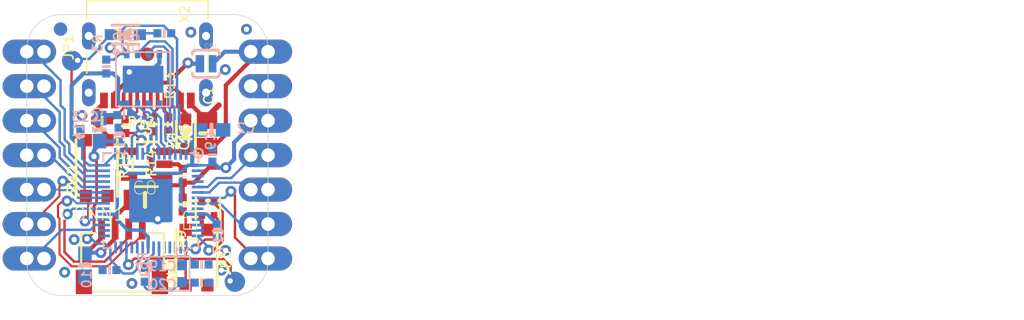
<source format=kicad_pcb>
(kicad_pcb (version 20211014) (generator pcbnew)
  (layers (0 "F.Cu" signal) (1 "In1.Cu" signal) (2 "In2.Cu" signal) (3 "In3.Cu" signal) (4 "In4.Cu" signal) (5 "In5.Cu" signal) (6 "In6.Cu" signal) (7 "In7.Cu" signal) (8 "In8.Cu" signal) (9 "In9.Cu" signal) (10 "In10.Cu" signal) (11 "In11.Cu" signal) (12 "In12.Cu" signal) (13 "In13.Cu" signal) (14 "In14.Cu" signal) (31 "B.Cu" signal) (34 "B.Paste" user) (35 "F.Paste" user) (36 "B.SilkS" user "B.Silkscreen") (37 "F.SilkS" user "F.Silkscreen") (38 "B.Mask" user) (39 "F.Mask" user) (44 "Edge.Cuts" user))
  (net 0 "")
  (net 1 "GND")
  (net 2 "D+")
  (net 3 "D-")
  (net 4 "VBUS")
  (net 5 "~{RESET}")
  (net 6 "SWCLK")
  (net 7 "SWDIO")
  (net 8 "A0")
  (net 9 "CC1")
  (net 10 "CC2")
  (net 11 "A1")
  (net 12 "MOSI")
  (net 13 "MISO")
  (net 14 "SCK")
  (net 15 "A2")
  (net 16 "A3")
  (net 17 "SDA")
  (net 18 "SCL")
  (net 19 "NEOPIX")
  (net 20 "NEO_PWR")
  (net 21 "+5V")
  (net 22 "+3V3")
  (net 23 "QSPI_DATA[0]")
  (net 24 "QSPI_DATA[1]")
  (net 25 "QSPI_SCK")
  (net 26 "QSPI_CS")
  (net 27 "QSPI_DATA[3]")
  (net 28 "QSPI_DATA[2]")
  (net 29 "1.2V")
  (net 30 "TX")
  (net 31 "RX")
  (net 32 "USB_D+")
  (net 33 "USB_D-")
  (net 34 "USBBOOT")
  (net 35 "N$5")
  (net 36 "N$6")
  (net 37 "N$7")
  (net 38 "SDA1")
  (net 39 "SCL1")
  (net 40 "N$1")
  (footprint "boardEagle:1X07_CASTEL" (layer "F.Cu") (at 156.1211 105.0036 90)
    (fp_text reference "JP3")
    (fp_text value "")
  )
  (footprint "boardEagle:_0402NO" (layer "F.Cu") (at 151.1046 106.5276 90)
    (fp_text reference "C16")
    (fp_text value "0.1uF")
  )
  (footprint "boardEagle:_0402NO" (layer "F.Cu") (at 145.161 102.4382)
    (fp_text reference "R12")
    (fp_text value "5.1K")
  )
  (footprint "boardEagle:QTPICO_TOP" (layer "F.Cu") (at 139.6111 115.3541)
    (fp_text reference "U$2" hide)
    (fp_text value "" hide)
  )
  (footprint "boardEagle:0805-NO" (layer "F.Cu") (at 148.3233 108.3056)
    (fp_text reference "C8")
    (fp_text value "10uF")
  )
  (footprint "boardEagle:BTN_KMR2_4.6X2.8" (layer "F.Cu") (at 144.7673 105.9561 90)
    (fp_text reference "SW2")
    (fp_text value "KMR2")
  )
  (footprint "boardEagle:SK6805_1515" (layer "F.Cu") (at 152.9588 108.9533 90)
    (fp_text reference "LED1")
    (fp_text value "WS2812B_SK6805_1515")
  )
  (footprint "boardEagle:SOD-323_MINI" (layer "F.Cu") (at 151.3332 103.4669 90)
    (fp_text reference "D1")
    (fp_text value "  NSR0320")
  )
  (footprint "boardEagle:SOT23-5" (layer "F.Cu") (at 148.4503 105.6767 90)
    (fp_text reference "U1")
    (fp_text value "AP2112K-3.3")
  )
  (footprint "boardEagle:_0402NO" (layer "F.Cu") (at 146.8882 102.87 -90)
    (fp_text reference "R15")
    (fp_text value "27")
  )
  (footprint "boardEagle:1X07_CASTEL" (layer "F.Cu") (at 140.8811 105.0036 -90)
    (fp_text reference "JP1")
    (fp_text value "")
  )
  (footprint "boardEagle:JST_SH4_SKINNY" (layer "F.Cu") (at 146.6215 112.9665)
    (fp_text reference "CONN1")
    (fp_text value "STEMMA_I2C_QTSKINNY" hide)
  )
  (footprint "boardEagle:_0402NO" (layer "F.Cu") (at 150.0378 102.743 90)
    (fp_text reference "R13")
    (fp_text value "5.1K")
  )
  (footprint "boardEagle:FIDUCIAL_1MM" (layer "F.Cu") (at 148.5011 97.5741)
    (fp_text reference "U$8" hide)
    (fp_text value "FIDUCIAL_1MM" hide)
  )
  (footprint "boardEagle:0805-NO" (layer "F.Cu") (at 152.8953 103.4034 90)
    (fp_text reference "C1")
    (fp_text value "10uF")
  )
  (footprint "boardEagle:USB_C_CUSB31-CFM2AX-01-X" (layer "F.Cu") (at 148.5011 97.4344 180)
    (fp_text reference "X2")
    (fp_text value "USB Type C")
  )
  (footprint "boardEagle:_0402NO" (layer "F.Cu") (at 148.9202 102.743 -90)
    (fp_text reference "R14")
    (fp_text value "27")
  )
  (footprint "boardEagle:_0402NO" (layer "F.Cu") (at 151.1046 108.6485 -90)
    (fp_text reference "R9")
    (fp_text value "10K")
  )
  (footprint "boardEagle:BTN_KMR2_4.6X2.8" (layer "F.Cu") (at 152.1206 112.5601 90)
    (fp_text reference "SW1")
    (fp_text value "KMR2")
  )
  (footprint "boardEagle:_0402NO" (layer "B.Cu") (at 148.3106 113.8301 90)
    (fp_text reference "R6")
    (fp_text value "1K")
  )
  (footprint "boardEagle:TESTPOINT_ROUND_1.5MM_NO" (layer "B.Cu") (at 142.9512 98.044 180)
    (fp_text reference "TP4" hide)
    (fp_text value "" hide)
  )
  (footprint "boardEagle:_0402NO" (layer "B.Cu") (at 145.4658 98.4758 -90)
    (fp_text reference "R3")
    (fp_text value "10K")
  )
  (footprint "boardEagle:FIDUCIAL_1MM" (layer "B.Cu") (at 142.1003 95.7199 180)
    (fp_text reference "U$6" hide)
    (fp_text value "FIDUCIAL_1MM" hide)
  )
  (footprint "boardEagle:CRYSTAL_2.5X2" (layer "B.Cu") (at 150.114 113.7412 180)
    (fp_text reference "Y1")
    (fp_text value "12MHZ")
  )
  (footprint "boardEagle:_0402NO" (layer "B.Cu") (at 143.5608 103.6066 90)
    (fp_text reference "C14")
    (fp_text value "0.1uF")
  )
  (footprint "boardEagle:QTPICO_BOT" (layer "B.Cu") (at 157.3911 115.2906 180)
    (fp_text reference "U$1" hide)
    (fp_text value "" hide)
  )
  (footprint "boardEagle:_0402NO" (layer "B.Cu") (at 152.5016 113.0681 180)
    (fp_text reference "C19")
    (fp_text value "22pF")
  )
  (footprint "boardEagle:_0402NO" (layer "B.Cu") (at 153.6065 110.5789 -90)
    (fp_text reference "C17")
    (fp_text value "0.1uF")
  )
  (footprint "boardEagle:0603-NO" (layer "B.Cu") (at 153.2255 103.1494)
    (fp_text reference "C2")
    (fp_text value "1uF")
  )
  (footprint "boardEagle:TESTPOINT_ROUND_1.5MM_NO" (layer "B.Cu") (at 154.9527 114.3381 180)
    (fp_text reference "TP3" hide)
    (fp_text value "" hide)
  )
  (footprint "boardEagle:0603-NO" (layer "B.Cu") (at 143.898703 113.123894 -90)
    (fp_text reference "C10")
    (fp_text value "1uF")
  )
  (footprint "boardEagle:_0402NO" (layer "B.Cu") (at 153.289 104.9782 90)
    (fp_text reference "C9")
    (fp_text value "0.1uF")
  )
  (footprint "boardEagle:QFN56_7MM_REDUCEDEPAD" (layer "B.Cu") (at 148.7551 108.3564 180)
    (fp_text reference "IC2" hide)
    (fp_text value "RP2040_QFN56" hide)
  )
  (footprint "boardEagle:_0402NO" (layer "B.Cu") (at 146.3802 103.4923 -90)
    (fp_text reference "C11")
    (fp_text value "0.1uF")
  )
  (footprint "boardEagle:_0402NO" (layer "B.Cu") (at 152.5016 114.4016 180)
    (fp_text reference "C20")
    (fp_text value "22pF")
  )
  (footprint "boardEagle:SOD-323_MINI" (layer "B.Cu") (at 146.8755 96.1263)
    (fp_text reference "D2")
    (fp_text value "  NSR0320")
  )
  (footprint "boardEagle:_0402NO" (layer "B.Cu") (at 145.7071 113.4745)
    (fp_text reference "C7")
    (fp_text value "0.1uF")
  )
  (footprint "boardEagle:0603-NO" (layer "B.Cu") (at 144.9832 103.124 90)
    (fp_text reference "C12")
    (fp_text value "1uF")
  )
  (footprint "boardEagle:_0402NO" (layer "B.Cu") (at 146.7866 102.0572 180)
    (fp_text reference "C13")
    (fp_text value "0.1uF")
  )
  (footprint "boardEagle:_0402NO" (layer "B.Cu") (at 149.7457 96.0247 180)
    (fp_text reference "R16")
    (fp_text value "1K")
  )
  (footprint "boardEagle:USON8_4X4" (layer "B.Cu") (at 148.1836 99.4156 -90)
    (fp_text reference "U5")
    (fp_text value "8MB QSPI Flash")
  )
  (footprint "boardEagle:SJ_2S-NO" (layer "B.Cu") (at 152.8191 98.2726 180)
    (fp_text reference "JP2")
    (fp_text value "")
  )
  (gr_arc (start 154.8511 94.6531) (mid 156.647151 95.397049) (end 157.3911 97.1931) (layer "Edge.Cuts") (width 0.05))
  (gr_arc (start 139.6111 97.1931) (mid 140.355049 95.397049) (end 142.1511 94.6531) (layer "Edge.Cuts") (width 0.05))
  (gr_arc (start 157.3911 112.8141) (mid 156.647151 114.610151) (end 154.8511 115.3541) (layer "Edge.Cuts") (width 0.05))
  (gr_line (start 142.1511 94.6531) (end 154.8511 94.6531) (layer "Edge.Cuts") (width 0.05))
  (gr_line (start 154.8511 115.3541) (end 142.1511 115.3541) (layer "Edge.Cuts") (width 0.05))
  (gr_line (start 157.3911 97.1931) (end 157.3911 112.8141) (layer "Edge.Cuts") (width 0.05))
  (gr_line (start 139.6111 112.8141) (end 139.6111 97.1931) (layer "Edge.Cuts") (width 0.05))
  (gr_arc (start 142.1511 115.3541) (mid 140.355049 114.610151) (end 139.6111 112.8141) (layer "Edge.Cuts") (width 0.05))
  (gr_text "" (at 212.9409 112.7633) (layer "F.SilkS") (effects (font (size 0.89408 0.89408) (thickness 0.12192))))
  (segment (start 150.7617 105.6767) (end 151.1046 106.0196) (width 0.3048) (layer "F.Cu") (net 1))
  (segment (start 145.3011 100.9794) (end 145.3011 101.1424) (width 0.3048) (layer "F.Cu") (net 1))
  (segment (start 149.2733 109.6924) (end 149.2631 109.7026) (width 0.3048) (layer "F.Cu") (net 1))
  (segment (start 144.653 102.4382) (end 144.653 102.6743) (width 0.3048) (layer "F.Cu") (net 1))
  (segment (start 152.5088 110.0983) (end 152.9206 110.5101) (width 0.3048) (layer "F.Cu") (net 1))
  (segment (start 145.1215 111.1137) (end 144.1196 112.1156) (width 0.3048) (layer "F.Cu") (net 1))
  (segment (start 145.1215 110.4525) (end 145.1215 111.1137) (width 0.3048) (layer "F.Cu") (net 1))
  (segment (start 151.7011 100.9794) (end 151.7011 101.2592) (width 0.3048) (layer "F.Cu") (net 1))
  (segment (start 145.5673 103.9061) (end 145.5673 103.5886) (width 0.3048) (layer "F.Cu") (net 1))
  (segment (start 145.5673 103.5886) (end 144.653 102.6743) (width 0.3048) (layer "F.Cu") (net 1))
  (segment (start 151.7011 101.2592) (end 152.8953 102.4534) (width 0.3048) (layer "F.Cu") (net 1))
  (segment (start 149.2733 108.3056) (end 149.2733 109.6924) (width 0.3048) (layer "F.Cu") (net 1))
  (segment (start 152.5088 109.4533) (end 152.5088 110.0983) (width 0.3048) (layer "F.Cu") (net 1))
  (segment (start 153.1366 101.9556) (end 153.7716 101.3206) (width 0.4064) (layer "F.Cu") (net 1))
  (segment (start 144.653 102.4382) (end 144.653 101.7905) (width 0.3048) (layer "F.Cu") (net 1))
  (segment (start 149.7504 105.6767) (end 150.7617 105.6767) (width 0.3048) (layer "F.Cu") (net 1))
  (segment (start 145.3011 101.1424) (end 144.653 101.7905) (width 0.3048) (layer "F.Cu") (net 1))
  (via (at 155.8036 95.7326) (size 0.8001) (drill 0.3937) (layers "F.Cu" "B.Cu") (net 1))
  (via (at 142.4051 113.6396) (size 0.8001) (drill 0.3937) (layers "F.Cu" "B.Cu") (net 1))
  (via (at 143.6751 102.0826) (size 0.8001) (drill 0.3937) (layers "F.Cu" "B.Cu") (net 1))
  (via (at 153.9494 113.4872) (size 0.8001) (drill 0.3937) (layers "F.Cu" "B.Cu") (net 1))
  (via (at 147.3581 114.4651) (size 0.8001) (drill 0.3937) (layers "F.Cu" "B.Cu") (net 1))
  (via (at 151.7015 95.9485) (size 0.8001) (drill 0.3937) (layers "F.Cu" "B.Cu") (net 1))
  (via (at 149.2631 109.7026) (size 0.8001) (drill 0.3937) (layers "F.Cu" "B.Cu") (net 1))
  (via (at 154.2415 98.7044) (size 0.8001) (drill 0.3937) (layers "F.Cu" "B.Cu") (net 1))
  (via (at 154.2669 112.0267) (size 0.8001) (drill 0.3937) (layers "F.Cu" "B.Cu") (net 1))
  (via (at 145.7579 97.0915) (size 0.8001) (drill 0.3937) (layers "F.Cu" "B.Cu") (net 1))
  (via (at 143.1036 111.2266) (size 0.8001) (drill 0.3937) (layers "F.Cu" "B.Cu") (net 1))
  (via (at 147.1676 98.8822) (size 0.8001) (drill 0.3937) (layers "F.Cu" "B.Cu") (net 1))
  (segment (start 149.3836 98.2156) (end 148.1836 99.4156) (width 0.3048) (layer "B.Cu") (net 1))
  (segment (start 146.2786 102.0572) (end 145.2 102.0572) (width 0.3048) (layer "B.Cu") (net 1))
  (segment (start 149.3836 97.5656) (end 149.3836 98.2156) (width 0.3048) (layer "B.Cu") (net 1))
  (segment (start 147.6502 98.8822) (end 147.1676 98.8822) (width 0.3048) (layer "B.Cu") (net 1))
  (segment (start 157.3911 99.9236) (end 156.1211 99.9236) (width 0.3048) (layer "B.Cu") (net 1))
  (segment (start 148.1836 99.4156) (end 147.6502 98.8822) (width 0.3048) (layer "B.Cu") (net 1))
  (segment (start 148.7551 108.3564) (end 148.7551 108.1405) (width 0.3048) (layer "B.Cu") (net 1))
  (segment (start 149.2631 108.8644) (end 149.2631 109.7026) (width 0.3048) (layer "B.Cu") (net 1))
  (segment (start 148.7551 108.3564) (end 149.2631 108.8644) (width 0.3048) (layer "B.Cu") (net 1))
  (segment (start 145.2 102.0572) (end 144.9832 102.274) (width 0.3048) (layer "B.Cu") (net 1))
  (segment (start 148.0566 103.9114) (end 147.5232 103.378) (width 0.1778) (layer "F.Cu") (net 2))
  (segment (start 147.5232 103.378) (end 146.8882 103.378) (width 0.1778) (layer "F.Cu") (net 2))
  (via (at 148.0566 103.9114) (size 0.8001) (drill 0.3937) (layers "F.Cu" "B.Cu") (net 2))
  (segment (start 147.7551 104.9064) (end 147.7551 104.2129) (width 0.1778) (layer "B.Cu") (net 2))
  (segment (start 147.7551 104.2129) (end 148.0566 103.9114) (width 0.1778) (layer "B.Cu") (net 2))
  (segment (start 148.211043 102.956013) (end 148.058643 102.956013) (width 0.1778) (layer "F.Cu") (net 3))
  (segment (start 148.9202 103.251) (end 148.506031 103.251) (width 0.1778) (layer "F.Cu") (net 3))
  (segment (start 148.506031 103.251) (end 148.211043 102.956013) (width 0.1778) (layer "F.Cu") (net 3))
  (via (at 148.058643 102.956013) (size 0.8001) (drill 0.3937) (layers "F.Cu" "B.Cu") (net 3))
  (segment (start 147.3551 103.659557) (end 148.058643 102.956013) (width 0.1778) (layer "B.Cu") (net 3))
  (segment (start 147.3551 103.659557) (end 147.3551 104.9064) (width 0.1778) (layer "B.Cu") (net 3))
  (segment (start 151.3332 102.3969) (end 151.3332 101.96115) (width 0.3048) (layer "F.Cu") (net 4))
  (segment (start 151.4856 98.2091) (end 150.086725 99.607975) (width 0.3048) (layer "F.Cu") (net 4))
  (segment (start 150.9011 101.52905) (end 150.9011 100.9794) (width 0.3048) (layer "F.Cu") (net 4))
  (segment (start 146.076859 100.472997) (end 146.880256 99.6696) (width 0.3048) (layer "F.Cu") (net 4))
  (segment (start 150.9011 100.48585) (end 150.086725 99.671475) (width 0.3048) (layer "F.Cu") (net 4))
  (segment (start 146.076859 100.95516) (end 146.076859 100.472997) (width 0.3048) (layer "F.Cu") (net 4))
  (segment (start 150.086725 99.607975) (end 150.086725 99.671475) (width 0.3048) (layer "F.Cu") (net 4))
  (segment (start 146.1011 100.9794) (end 146.076859 100.95516) (width 0.3048) (layer "F.Cu") (net 4))
  (segment (start 146.880256 99.6696) (end 150.08485 99.6696) (width 0.3048) (layer "F.Cu") (net 4))
  (segment (start 150.9011 100.48585) (end 150.9011 100.9794) (width 0.3048) (layer "F.Cu") (net 4))
  (segment (start 150.086725 99.671475) (end 150.08485 99.6696) (width 0.3048) (layer "F.Cu") (net 4))
  (segment (start 151.3332 101.96115) (end 150.9011 101.52905) (width 0.3048) (layer "F.Cu") (net 4))
  (via (at 151.4856 98.2091) (size 0.8001) (drill 0.3937) (layers "F.Cu" "B.Cu") (net 4))
  (segment (start 151.5491 98.2726) (end 151.4856 98.2091) (width 0.3048) (layer "B.Cu") (net 4))
  (segment (start 152.3691 98.2726) (end 151.5491 98.2726) (width 0.3048) (layer "B.Cu") (net 4))
  (segment (start 151.3206 112.5346) (end 151.3206 112.65535) (width 0.1778) (layer "F.Cu") (net 5))
  (segment (start 154.6352 113.2078) (end 154.08275 112.65535) (width 0.1778) (layer "F.Cu") (net 5))
  (segment (start 154.08275 112.65535) (end 151.3206 112.65535) (width 0.1778) (layer "F.Cu") (net 5))
  (segment (start 154.6352 114.2365) (end 154.5971 114.2746) (width 0.1778) (layer "F.Cu") (net 5))
  (segment (start 151.3206 110.5101) (end 151.3206 112.5346) (width 0.1778) (layer "F.Cu") (net 5))
  (segment (start 151.1046 109.1565) (end 151.3206 109.3725) (width 0.1778) (layer "F.Cu") (net 5))
  (segment (start 147.5486 112.6236) (end 151.2316 112.6236) (width 0.1778) (layer "F.Cu") (net 5))
  (segment (start 151.3206 109.3725) (end 151.3206 110.5101) (width 0.1778) (layer "F.Cu") (net 5))
  (segment (start 147.5486 112.6236) (end 147.095546 113.076654) (width 0.1778) (layer "F.Cu") (net 5))
  (segment (start 154.6352 114.2365) (end 154.6352 113.2078) (width 0.1778) (layer "F.Cu") (net 5))
  (segment (start 151.2316 112.6236) (end 151.3206 112.5346) (width 0.1778) (layer "F.Cu") (net 5))
  (segment (start 151.3206 112.65535) (end 151.3206 114.6101) (width 0.1778) (layer "F.Cu") (net 5))
  (via (at 147.095546 113.076654) (size 0.8001) (drill 0.3937) (layers "F.Cu" "B.Cu") (net 5))
  (via (at 154.5971 114.2746) (size 0.8001) (drill 0.3937) (layers "F.Cu" "B.Cu") (net 5))
  (segment (start 146.9551 111.8064) (end 146.9551 112.936207) (width 0.1778) (layer "B.Cu") (net 5))
  (segment (start 154.5971 114.2746) (end 154.8892 114.2746) (width 0.1778) (layer "B.Cu") (net 5))
  (segment (start 154.9527 114.3381) (end 154.8892 114.2746) (width 0.1778) (layer "B.Cu") (net 5))
  (segment (start 147.095546 113.076654) (end 146.9551 112.936207) (width 0.1778) (layer "B.Cu") (net 5))
  (segment (start 142.1003 99.4918) (end 140.8811 98.2726) (width 0.1778) (layer "B.Cu") (net 8))
  (segment (start 145.3051 106.1564) (end 144.0659 106.1564) (width 0.1778) (layer "B.Cu") (net 8))
  (segment (start 142.4051 101.6381) (end 142.4051 103.8606) (width 0.1778) (layer "B.Cu") (net 8))
  (segment (start 142.1003 99.4918) (end 142.1003 101.3333) (width 0.1778) (layer "B.Cu") (net 8))
  (segment (start 144.0659 106.1564) (end 142.748 104.8385) (width 0.1778) (layer "B.Cu") (net 8))
  (segment (start 142.748 104.2035) (end 142.4051 103.8606) (width 0.1778) (layer "B.Cu") (net 8))
  (segment (start 140.8811 97.3836) (end 140.8811 98.2726) (width 0.1778) (layer "B.Cu") (net 8))
  (segment (start 142.4051 101.6381) (end 142.1003 101.3333) (width 0.1778) (layer "B.Cu") (net 8))
  (segment (start 142.748 104.8385) (end 142.748 104.2035) (width 0.1778) (layer "B.Cu") (net 8))
  (segment (start 139.6111 97.3836) (end 140.8811 97.3836) (width 0.1778) (layer "B.Cu") (net 8))
  (segment (start 149.7511 100.9794) (end 149.7511 101.7451) (width 0.254) (layer "F.Cu") (net 9))
  (segment (start 149.7511 101.7451) (end 150.0378 102.0318) (width 0.254) (layer "F.Cu") (net 9))
  (segment (start 150.0378 102.0318) (end 150.0378 102.235) (width 0.1778) (layer "F.Cu") (net 9))
  (segment (start 146.7511 100.9794) (end 146.7511 101.5466) (width 0.1778) (layer "F.Cu") (net 10))
  (segment (start 146.7511 101.5466) (end 145.8595 102.4382) (width 0.1778) (layer "F.Cu") (net 10))
  (segment (start 145.669 102.4382) (end 145.8595 102.4382) (width 0.1778) (layer "F.Cu") (net 10))
  (segment (start 139.6111 99.9236) (end 140.8811 99.9236) (width 0.1778) (layer "F.Cu") (net 11))
  (segment (start 142.3924 104.987975) (end 142.3924 104.3559) (width 0.1778) (layer "B.Cu") (net 11))
  (segment (start 142.0368 101.8413) (end 140.8811 100.6856) (width 0.1778) (layer "B.Cu") (net 11))
  (segment (start 140.8811 99.9236) (end 140.8811 100.6856) (width 0.1778) (layer "B.Cu") (net 11))
  (segment (start 143.960825 106.5564) (end 142.3924 104.987975) (width 0.1778) (layer "B.Cu") (net 11))
  (segment (start 142.0368 101.8413) (end 142.0368 104.0003) (width 0.1778) (layer "B.Cu") (net 11))
  (segment (start 145.3051 106.5564) (end 143.960825 106.5564) (width 0.1778) (layer "B.Cu") (net 11))
  (segment (start 142.3924 104.3559) (end 142.0368 104.0003) (width 0.1778) (layer "B.Cu") (net 11))
  (segment (start 156.1211 105.2576) (end 154.6827 106.696) (width 0.1778) (layer "B.Cu") (net 12))
  (segment (start 154.6827 106.696) (end 153.6021 106.696) (width 0.1778) (layer "B.Cu") (net 12))
  (segment (start 156.1211 105.0036) (end 156.1211 105.2576) (width 0.1778) (layer "B.Cu") (net 12))
  (segment (start 153.6021 106.696) (end 152.9417 107.3564) (width 0.1778) (layer "B.Cu") (net 12))
  (segment (start 157.3911 105.0036) (end 156.1211 105.0036) (width 0.1778) (layer "B.Cu") (net 12))
  (segment (start 152.9417 107.3564) (end 152.2051 107.3564) (width 0.1778) (layer "B.Cu") (net 12))
  (segment (start 155.61 107.0325) (end 153.7926 107.0325) (width 0.1778) (layer "B.Cu") (net 13))
  (segment (start 157.3911 107.5436) (end 156.1211 107.5436) (width 0.1778) (layer "B.Cu") (net 13))
  (segment (start 153.7926 107.0325) (end 153.0687 107.7564) (width 0.1778) (layer "B.Cu") (net 13))
  (segment (start 156.1211 107.5436) (end 155.61 107.0325) (width 0.1778) (layer "B.Cu") (net 13))
  (segment (start 153.0687 107.7564) (end 152.2051 107.7564) (width 0.1778) (layer "B.Cu") (net 13))
  (segment (start 157.3911 110.0836) (end 156.1211 110.0836) (width 0.1778) (layer "B.Cu") (net 14))
  (segment (start 153.8446 108.5564) (end 152.2051 108.5564) (width 0.1778) (layer "B.Cu") (net 14))
  (segment (start 155.3718 110.0836) (end 153.8446 108.5564) (width 0.1778) (layer "B.Cu") (net 14))
  (segment (start 156.1211 110.0836) (end 155.3718 110.0836) (width 0.1778) (layer "B.Cu") (net 14))
  (segment (start 139.6111 102.4636) (end 140.8811 102.4636) (width 0.1778) (layer "F.Cu") (net 15))
  (segment (start 142.0368 105.18825) (end 142.0368 104.4702) (width 0.1778) (layer "B.Cu") (net 15))
  (segment (start 143.80495 106.9564) (end 142.0368 105.18825) (width 0.1778) (layer "B.Cu") (net 15))
  (segment (start 142.0368 104.4702) (end 140.8811 103.3145) (width 0.1778) (layer "B.Cu") (net 15))
  (segment (start 145.3051 106.9564) (end 143.80495 106.9564) (width 0.1778) (layer "B.Cu") (net 15))
  (segment (start 140.8811 102.4636) (end 140.8811 103.3145) (width 0.1778) (layer "B.Cu") (net 15))
  (segment (start 139.6111 105.0036) (end 140.8811 105.0036) (width 0.1778) (layer "F.Cu") (net 16))
  (segment (start 143.6657 107.3564) (end 141.3129 105.0036) (width 0.1778) (layer "B.Cu") (net 16))
  (segment (start 141.3129 105.0036) (end 140.8811 105.0036) (width 0.1778) (layer "B.Cu") (net 16))
  (segment (start 145.3051 107.3564) (end 143.6657 107.3564) (width 0.1778) (layer "B.Cu") (net 16))
  (segment (start 139.6111 107.5436) (end 140.8811 107.5436) (width 0.1778) (layer "F.Cu") (net 17))
  (segment (start 142.000837 107.5436) (end 140.8811 107.5436) (width 0.1524) (layer "B.Cu") (net 17))
  (segment (start 145.3051 108.1564) (end 143.3989 108.1564) (width 0.1524) (layer "B.Cu") (net 17))
  (segment (start 143.3989 108.1564) (end 142.829456 107.586957) (width 0.1524) (layer "B.Cu") (net 17))
  (segment (start 142.829456 107.586957) (end 142.044193 107.586957) (width 0.1524) (layer "B.Cu") (net 17))
  (segment (start 142.044193 107.586957) (end 142.000837 107.5436) (width 0.1524) (layer "B.Cu") (net 17))
  (segment (start 140.8811 109.174932) (end 140.8811 109.1946) (width 0.1524) (layer "F.Cu") (net 18))
  (segment (start 142.26649 106.92021) (end 142.34269 106.99641) (width 0.1778) (layer "F.Cu") (net 18))
  (segment (start 142.0241 108.031932) (end 140.8811 109.174932) (width 0.1524) (layer "F.Cu") (net 18))
  (segment (start 139.6111 110.0836) (end 140.8811 110.0836) (width 0.1778) (layer "F.Cu") (net 18))
  (segment (start 142.0241 107.315) (end 142.0241 108.031932) (width 0.1524) (layer "F.Cu") (net 18))
  (segment (start 140.8811 109.1946) (end 140.8811 110.0836) (width 0.1778) (layer "F.Cu") (net 18))
  (segment (start 142.34269 106.99641) (end 142.0241 107.315) (width 0.1778) (layer "F.Cu") (net 18))
  (via (at 142.26649 106.92021) (size 0.8001) (drill 0.3937) (layers "F.Cu" "B.Cu") (net 18))
  (segment (start 142.26649 106.92021) (end 142.652809 106.92021) (width 0.1778) (layer "B.Cu") (net 18))
  (segment (start 145.3051 107.7564) (end 143.489 107.7564) (width 0.1778) (layer "B.Cu") (net 18))
  (segment (start 143.489 107.7564) (end 142.652809 106.92021) (width 0.1778) (layer "B.Cu") (net 18))
  (segment (start 153.4088 109.4533) (end 153.6755 109.72) (width 0.1778) (layer "F.Cu") (net 19))
  (segment (start 153.6755 111.2266) (end 152.7429 111.2266) (width 0.1778) (layer "F.Cu") (net 19))
  (segment (start 152.0444 111.9251) (end 152.7429 111.2266) (width 0.1778) (layer "F.Cu") (net 19))
  (segment (start 153.6755 109.72) (end 153.6755 111.2266) (width 0.1778) (layer "F.Cu") (net 19))
  (via (at 152.0444 111.9251) (size 0.8001) (drill 0.3937) (layers "F.Cu" "B.Cu") (net 19))
  (segment (start 151.3551 111.8064) (end 151.4738 111.9251) (width 0.1778) (layer "B.Cu") (net 19))
  (segment (start 151.4738 111.9251) (end 152.0444 111.9251) (width 0.1778) (layer "B.Cu") (net 19))
  (segment (start 154.051 111.3282) (end 153.3652 112.014) (width 0.1778) (layer "F.Cu") (net 20))
  (segment (start 153.3652 112.014) (end 153.0223 112.014) (width 0.1778) (layer "F.Cu") (net 20))
  (segment (start 153.4088 108.4533) (end 153.4088 108.5477) (width 0.1778) (layer "F.Cu") (net 20))
  (segment (start 154.051 109.1899) (end 154.051 111.3282) (width 0.1778) (layer "F.Cu") (net 20))
  (segment (start 154.051 109.1899) (end 153.4088 108.5477) (width 0.1778) (layer "F.Cu") (net 20))
  (via (at 153.0223 112.014) (size 0.8001) (drill 0.3937) (layers "F.Cu" "B.Cu") (net 20))
  (segment (start 152.2051 110.9564) (end 152.2051 110.9936) (width 0.1778) (layer "B.Cu") (net 20))
  (segment (start 153.0223 111.8108) (end 153.0223 112.014) (width 0.1778) (layer "B.Cu") (net 20))
  (segment (start 152.2051 110.9936) (end 153.0223 111.8108) (width 0.1778) (layer "B.Cu") (net 20))
  (segment (start 156.1211 97.3836) (end 156.1211 98.0186) (width 0.3048) (layer "F.Cu") (net 21))
  (segment (start 152.7118 104.5369) (end 152.8953 104.3534) (width 0.3048) (layer "F.Cu") (net 21))
  (segment (start 148.7551 106.4006) (end 148.7551 105.0036) (width 0.3048) (layer "F.Cu") (net 21))
  (segment (start 149.032 104.7267) (end 149.7504 104.7267) (width 0.3048) (layer "F.Cu") (net 21))
  (segment (start 154.2796 99.8601) (end 154.2796 103.4796) (width 0.3048) (layer "F.Cu") (net 21))
  (segment (start 154.2796 103.4796) (end 153.4058 104.3534) (width 0.3048) (layer "F.Cu") (net 21))
  (segment (start 151.3332 104.5369) (end 151.3332 104.7267) (width 0.3048) (layer "F.Cu") (net 21))
  (segment (start 153.4058 104.3534) (end 152.8953 104.3534) (width 0.3048) (layer "F.Cu") (net 21))
  (segment (start 151.3332 104.5369) (end 152.7118 104.5369) (width 0.3048) (layer "F.Cu") (net 21))
  (segment (start 148.9812 106.6267) (end 148.7551 106.4006) (width 0.3048) (layer "F.Cu") (net 21))
  (segment (start 148.7551 105.0036) (end 149.032 104.7267) (width 0.3048) (layer "F.Cu") (net 21))
  (segment (start 151.3332 104.7267) (end 149.7504 104.7267) (width 0.3048) (layer "F.Cu") (net 21))
  (segment (start 156.1211 98.0186) (end 154.2796 99.8601) (width 0.3048) (layer "F.Cu") (net 21))
  (segment (start 149.7504 106.6267) (end 148.9812 106.6267) (width 0.3048) (layer "F.Cu") (net 21))
  (segment (start 154.2034 97.3836) (end 153.3144 98.2726) (width 0.3048) (layer "B.Cu") (net 21))
  (segment (start 157.3911 97.3836) (end 156.1211 97.3836) (width 0.3048) (layer "B.Cu") (net 21))
  (segment (start 157.3911 97.3836) (end 154.2034 97.3836) (width 0.3048) (layer "B.Cu") (net 21))
  (segment (start 153.3144 98.2726) (end 153.2691 98.2726) (width 0.3048) (layer "B.Cu") (net 21))
  (segment (start 153.0309 105.9307) (end 154.2796 105.9307) (width 0.3048) (layer "F.Cu") (net 22))
  (segment (start 151.1046 107.0356) (end 151.1046 108.1405) (width 0.3048) (layer "F.Cu") (net 22))
  (segment (start 147.3733 107.2261) (end 147.3733 108.3056) (width 0.3048) (layer "F.Cu") (net 22))
  (segment (start 146.1215 111.1424) (end 145.0721 112.1918) (width 0.3048) (layer "F.Cu") (net 22))
  (segment (start 147.3733 106.8498) (end 147.3733 107.2261) (width 0.3048) (layer "F.Cu") (net 22))
  (segment (start 151.926 107.0356) (end 153.0309 105.9307) (width 0.3048) (layer "F.Cu") (net 22))
  (segment (start 150.9141 107.2261) (end 151.1046 107.0356) (width 0.3048) (layer "F.Cu") (net 22))
  (segment (start 146.0881 109.8931) (end 146.0881 110.4191) (width 0.3048) (layer "F.Cu") (net 22))
  (segment (start 147.1502 106.6267) (end 147.3733 106.8498) (width 0.3048) (layer "F.Cu") (net 22))
  (segment (start 151.1046 107.0356) (end 151.926 107.0356) (width 0.3048) (layer "F.Cu") (net 22))
  (segment (start 146.0881 109.5908) (end 147.3733 108.3056) (width 0.3048) (layer "F.Cu") (net 22))
  (segment (start 147.3733 107.2261) (end 150.9141 107.2261) (width 0.3048) (layer "F.Cu") (net 22))
  (segment (start 146.0881 109.8931) (end 146.0881 109.5908) (width 0.3048) (layer "F.Cu") (net 22))
  (segment (start 146.1215 110.4525) (end 146.1215 111.1424) (width 0.3048) (layer "F.Cu") (net 22))
  (segment (start 146.1215 109.9265) (end 146.0881 109.8931) (width 0.3048) (layer "F.Cu") (net 22))
  (segment (start 146.0881 110.4191) (end 146.1215 110.4525) (width 0.3048) (layer "F.Cu") (net 22))
  (via (at 145.0721 112.1918) (size 0.8001) (drill 0.3937) (layers "F.Cu" "B.Cu") (net 22))
  (via (at 154.2796 105.9307) (size 0.8001) (drill 0.3937) (layers "F.Cu" "B.Cu") (net 22))
  (segment (start 145.3051 109.3564) (end 146.2786 109.3564) (width 0.254) (layer "B.Cu") (net 22))
  (segment (start 146.2786 106.1466) (end 146.2786 109.3564) (width 0.254) (layer "B.Cu") (net 22))
  (segment (start 145.9738 98.9838) (end 145.4658 98.9838) (width 0.3048) (layer "B.Cu") (net 22))
  (segment (start 145.3896 98.9076) (end 145.4658 98.9838) (width 0.3048) (layer "B.Cu") (net 22))
  (segment (start 151.4812 105.7564) (end 151.0275 106.2101) (width 0.254) (layer "B.Cu") (net 22))
  (segment (start 148.763493 104.169707) (end 148.5551 104.3781) (width 0.2032) (layer "B.Cu") (net 22))
  (segment (start 147.2946 102.0572) (end 147.2946 101.9556) (width 0.1778) (layer "B.Cu") (net 22))
  (segment (start 147.7837 102.2477) (end 148.4122 102.2477) (width 0.3048) (layer "B.Cu") (net 22))
  (segment (start 146.1551 104.9064) (end 146.5326 104.9064) (width 0.1778) (layer "B.Cu") (net 22))
  (segment (start 156.1211 102.8446) (end 156.1211 102.4636) (width 0.3048) (layer "B.Cu") (net 22))
  (segment (start 146.9836 101.2656) (end 146.6046 101.2656) (width 0.3048) (layer "B.Cu") (net 22))
  (segment (start 152.892 109.3564) (end 153.6065 110.0709) (width 0.254) (layer "B.Cu") (net 22))
  (segment (start 146.2786 109.7661) (end 146.2786 109.3564) (width 0.254) (layer "B.Cu") (net 22))
  (segment (start 145.4658 98.9838) (end 143.7894 98.9838) (width 0.3048) (layer "B.Cu") (net 22))
  (segment (start 145.3056 98.9916) (end 145.3896 98.9076) (width 0.3048) (layer "B.Cu") (net 22))
  (segment (start 146.6046 101.2656) (end 146.3421 101.0031) (width 0.3048) (layer "B.Cu") (net 22))
  (segment (start 148.5551 104.3781) (end 148.5551 104.9064) (width 0.254) (layer "B.Cu") (net 22))
  (segment (start 146.5326 104.9064) (end 146.5551 104.9064) (width 0.1778) (layer "B.Cu") (net 22))
  (segment (start 143.5608 104.1146) (end 143.5608 104.013) (width 0.254) (layer "B.Cu") (net 22))
  (segment (start 156.1211 102.8446) (end 154.8892 104.0765) (width 0.3048) (layer "B.Cu") (net 22))
  (segment (start 154.8892 104.0765) (end 154.8892 105.3211) (width 0.3048) (layer "B.Cu") (net 22))
  (segment (start 151.4812 105.7564) (end 152.2051 105.7564) (width 0.254) (layer "B.Cu") (net 22))
  (segment (start 148.0566 110.5281) (end 147.0406 110.5281) (width 0.254) (layer "B.Cu") (net 22))
  (segment (start 143.2941 104.1146) (end 142.9131 103.7336) (width 0.3048) (layer "B.Cu") (net 22))
  (segment (start 143.5608 104.1146) (end 143.2941 104.1146) (width 0.3048) (layer "B.Cu") (net 22))
  (segment (start 146.5326 105.8926) (end 146.5326 104.9064) (width 0.254) (layer "B.Cu") (net 22))
  (segment (start 151.8841 105.7564) (end 152.2051 105.7564) (width 0.254) (layer "B.Cu") (net 22))
  (segment (start 148.4122 102.2477) (end 148.763493 102.598994) (width 0.3048) (layer "B.Cu") (net 22))
  (segment (start 144.1875 105.7564) (end 143.7005 105.2694) (width 0.1778) (layer "B.Cu") (net 22))
  (segment (start 154.2796 105.9307) (end 153.7335 105.9307) (width 0.3048) (layer "B.Cu") (net 22))
  (segment (start 147.2946 101.9556) (end 147.3931 101.8571) (width 0.1778) (layer "B.Cu") (net 22))
  (segment (start 150.9776 106.3498) (end 150.9776 106.2228) (width 0.254) (layer "B.Cu") (net 22))
  (segment (start 151.8031 105.6754) (end 151.8841 105.7564) (width 0.254) (layer "B.Cu") (net 22))
  (segment (start 145.3051 105.7564) (end 144.1875 105.7564) (width 0.1778) (layer "B.Cu") (net 22))
  (segment (start 148.5551 111.8064) (end 148.5551 111.0266) (width 0.254) (layer "B.Cu") (net 22))
  (segment (start 143.7005 104.2543) (end 143.5608 104.1146) (width 0.1778) (layer "B.Cu") (net 22))
  (segment (start 148.5551 104.9064) (end 148.1551 104.9064) (width 0.1778) (layer "B.Cu") (net 22))
  (segment (start 153.0188 105.7564) (end 153.289 105.4862) (width 0.1778) (layer "B.Cu") (net 22))
  (segment (start 147.0406 110.5281) (end 146.2786 109.7661) (width 0.254) (layer "B.Cu") (net 22))
  (segment (start 146.3421 101.0031) (end 146.3421 100.207757) (width 0.3048) (layer "B.Cu") (net 22))
  (segment (start 147.3931 101.8571) (end 146.9836 101.4476) (width 0.3048) (layer "B.Cu") (net 22))
  (segment (start 151.8031 103.7218) (end 151.8031 105.6754) (width 0.3048) (layer "B.Cu") (net 22))
  (segment (start 146.5326 105.8926) (end 146.9898 106.3498) (width 0.254) (layer "B.Cu") (net 22))
  (segment (start 153.289 105.4862) (end 153.7335 105.9307) (width 0.3048) (layer "B.Cu") (net 22))
  (segment (start 145.0721 112.1918) (end 143.980796 112.1918) (width 0.3048) (layer "B.Cu") (net 22))
  (segment (start 146.3421 100.207757) (end 146.3425 100.207357) (width 0.3048) (layer "B.Cu") (net 22))
  (segment (start 148.763493 102.598994) (end 148.763493 104.169707) (width 0.254) (layer "B.Cu") (net 22))
  (segment (start 152.2051 105.7564) (end 153.0188 105.7564) (width 0.1778) (layer "B.Cu") (net 22))
  (segment (start 157.3911 102.4636) (end 156.1211 102.4636) (width 0.3048) (layer "B.Cu") (net 22))
  (segment (start 142.9131 103.7336) (end 142.9131 99.8601) (width 0.3048) (layer "B.Cu") (net 22))
  (segment (start 150.9776 108.9406) (end 150.9776 106.3498) (width 0.254) (layer "B.Cu") (net 22))
  (segment (start 150.9776 106.2101) (end 151.0275 106.2101) (width 0.1778) (layer "B.Cu") (net 22))
  (segment (start 154.2796 105.9307) (end 154.8892 105.3211) (width 0.3048) (layer "B.Cu") (net 22))
  (segment (start 146.3425 100.207357) (end 146.3425 99.3525) (width 0.3048) (layer "B.Cu") (net 22))
  (segment (start 152.2051 109.3564) (end 152.892 109.3564) (width 0.254) (layer "B.Cu") (net 22))
  (segment (start 151.3934 109.3564) (end 152.2051 109.3564) (width 0.254) (layer "B.Cu") (net 22))
  (segment (start 143.980796 112.1918) (end 143.898703 112.273894) (width 0.3048) (layer "B.Cu") (net 22))
  (segment (start 147.7837 102.2477) (end 147.3931 101.8571) (width 0.3048) (layer "B.Cu") (net 22))
  (segment (start 148.5551 111.0266) (end 148.0566 110.5281) (width 0.254) (layer "B.Cu") (net 22))
  (segment (start 146.5326 105.8926) (end 146.2786 106.1466) (width 0.254) (layer "B.Cu") (net 22))
  (segment (start 146.1551 104.9064) (end 145.3051 105.7564) (width 0.1778) (layer "B.Cu") (net 22))
  (segment (start 146.3425 99.3525) (end 145.9738 98.9838) (width 0.3048) (layer "B.Cu") (net 22))
  (segment (start 146.9898 106.3498) (end 150.9776 106.3498) (width 0.254) (layer "B.Cu") (net 22))
  (segment (start 143.7005 105.2694) (end 143.7005 104.2543) (width 0.1778) (layer "B.Cu") (net 22))
  (segment (start 150.9776 106.2228) (end 150.9776 106.2101) (width 0.1778) (layer "B.Cu") (net 22))
  (segment (start 142.9131 99.8601) (end 143.7894 98.9838) (width 0.3048) (layer "B.Cu") (net 22))
  (segment (start 151.3934 109.3564) (end 150.9776 108.9406) (width 0.254) (layer "B.Cu") (net 22))
  (segment (start 146.9836 101.2656) (end 146.9836 101.4476) (width 0.3048) (layer "B.Cu") (net 22))
  (segment (start 152.3755 103.1494) (end 151.8031 103.7218) (width 0.3048) (layer "B.Cu") (net 22))
  (segment (start 149.8361 101.7816) (end 149.3836 101.3291) (width 0.1778) (layer "B.Cu") (net 23))
  (segment (start 149.8361 103.9256) (end 150.1551 104.2446) (width 0.1778) (layer "B.Cu") (net 23))
  (segment (start 150.1551 104.2446) (end 150.1551 104.9064) (width 0.1778) (layer "B.Cu") (net 23))
  (segment (start 149.8361 101.7816) (end 149.8361 103.9256) (width 0.1778) (layer "B.Cu") (net 23))
  (segment (start 149.3836 101.2656) (end 149.3836 101.3291) (width 0.1778) (layer "B.Cu") (net 23))
  (segment (start 148.6726 96.6216) (end 149.793575 96.6216) (width 0.1778) (layer "B.Cu") (net 24))
  (segment (start 147.7836 97.5656) (end 147.7836 97.5106) (width 0.1778) (layer "B.Cu") (net 24))
  (segment (start 150.9551 104.095025) (end 150.9551 104.9064) (width 0.1778) (layer "B.Cu") (net 24))
  (segment (start 149.793575 96.6216) (end 150.3553 97.183325) (width 0.1778) (layer "B.Cu") (net 24))
  (segment (start 148.6726 96.6216) (end 147.7836 97.5106) (width 0.1778) (layer "B.Cu") (net 24))
  (segment (start 150.3553 97.183325) (end 150.3553 101.310825) (width 0.1778) (layer "B.Cu") (net 24))
  (segment (start 150.4965 101.452025) (end 150.4965 103.636425) (width 0.1778) (layer "B.Cu") (net 24))
  (segment (start 150.9551 104.095025) (end 150.4965 103.636425) (width 0.1778) (layer "B.Cu") (net 24))
  (segment (start 150.3553 101.310825) (end 150.4965 101.452025) (width 0.1778) (layer "B.Cu") (net 24))
  (segment (start 149.5059 102.317644) (end 149.5059 104.073) (width 0.1778) (layer "B.Cu") (net 25))
  (segment (start 148.5836 101.2656) (end 148.5836 101.395344) (width 0.1778) (layer "B.Cu") (net 25))
  (segment (start 149.7551 104.3222) (end 149.5059 104.073) (width 0.1778) (layer "B.Cu") (net 25))
  (segment (start 149.7551 104.3222) (end 149.7551 104.9064) (width 0.1778) (layer "B.Cu") (net 25))
  (segment (start 149.5059 102.317644) (end 148.5836 101.395344) (width 0.1778) (layer "B.Cu") (net 25))
  (segment (start 150.8267 101.31525) (end 150.6855 101.17405) (width 0.1778) (layer "B.Cu") (net 26))
  (segment (start 146.6596 95.758) (end 146.6596 97.0277) (width 0.1778) (layer "B.Cu") (net 26))
  (segment (start 146.4522 97.5656) (end 146.05 97.9678) (width 0.1778) (layer "B.Cu") (net 26))
  (segment (start 146.9453 95.4723) (end 146.6596 95.758) (width 0.1778) (layer "B.Cu") (net 26))
  (segment (start 151.3551 104.00265) (end 150.8267 103.47425) (width 0.1778) (layer "B.Cu") (net 26))
  (segment (start 150.2537 96.0247) (end 149.7013 95.4723) (width 0.1778) (layer "B.Cu") (net 26))
  (segment (start 150.2537 96.0247) (end 150.6855 96.4565) (width 0.1778) (layer "B.Cu") (net 26))
  (segment (start 150.8267 103.47425) (end 150.8267 101.31525) (width 0.1778) (layer "B.Cu") (net 26))
  (segment (start 151.3551 104.9064) (end 151.3551 104.00265) (width 0.1778) (layer "B.Cu") (net 26))
  (segment (start 149.7013 95.4723) (end 146.9453 95.4723) (width 0.1778) (layer "B.Cu") (net 26))
  (segment (start 150.6855 96.4565) (end 150.6855 101.17405) (width 0.1778) (layer "B.Cu") (net 26))
  (segment (start 146.6596 97.0277) (end 146.9836 97.3517) (width 0.1778) (layer "B.Cu") (net 26))
  (segment (start 146.9836 97.3517) (end 146.9836 97.5656) (width 0.1778) (layer "B.Cu") (net 26))
  (segment (start 147.0248 97.5244) (end 146.9836 97.5656) (width 0.1778) (layer "B.Cu") (net 26))
  (segment (start 146.4522 97.5656) (end 146.9836 97.5656) (width 0.1778) (layer "B.Cu") (net 26))
  (segment (start 145.4658 97.9678) (end 146.05 97.9678) (width 0.1778) (layer "B.Cu") (net 26))
  (segment (start 148.558381 101.8371) (end 149.1646 102.443319) (width 0.1778) (layer "B.Cu") (net 27))
  (segment (start 147.7836 101.2656) (end 147.7836 101.3164) (width 0.1778) (layer "B.Cu") (net 27))
  (segment (start 149.1646 102.443319) (end 149.1646 104.2079) (width 0.1778) (layer "B.Cu") (net 27))
  (segment (start 149.3551 104.3984) (end 149.1646 104.2079) (width 0.1778) (layer "B.Cu") (net 27))
  (segment (start 148.558381 101.8371) (end 148.3043 101.8371) (width 0.1778) (layer "B.Cu") (net 27))
  (segment (start 149.3551 104.3984) (end 149.3551 104.9064) (width 0.1778) (layer "B.Cu") (net 27))
  (segment (start 148.3043 101.8371) (end 147.7836 101.3164) (width 0.1778) (layer "B.Cu") (net 27))
  (segment (start 150.5551 104.9064) (end 150.5551 104.162) (width 0.1778) (layer "B.Cu") (net 28))
  (segment (start 150.0251 97.3201) (end 149.7076 97.0026) (width 0.1778) (layer "B.Cu") (net 28))
  (segment (start 150.1663 103.7732) (end 150.1663 101.5888) (width 0.1778) (layer "B.Cu") (net 28))
  (segment (start 149.7076 97.0026) (end 149.0281 97.0026) (width 0.1778) (layer "B.Cu") (net 28))
  (segment (start 148.5836 97.4471) (end 148.5836 97.5656) (width 0.1778) (layer "B.Cu") (net 28))
  (segment (start 150.0251 101.4476) (end 150.0251 97.3201) (width 0.1778) (layer "B.Cu") (net 28))
  (segment (start 150.1663 101.5888) (end 150.0251 101.4476) (width 0.1778) (layer "B.Cu") (net 28))
  (segment (start 150.5551 104.162) (end 150.1663 103.7732) (width 0.1778) (layer "B.Cu") (net 28))
  (segment (start 149.0281 97.0026) (end 148.5836 97.4471) (width 0.1778) (layer "B.Cu") (net 28))
  (segment (start 144.5641 108.7501) (end 144.5641 110.65345) (width 0.2032) (layer "F.Cu") (net 29))
  (segment (start 144.5641 108.7501) (end 144.7546 108.5596) (width 0.2032) (layer "F.Cu") (net 29))
  (segment (start 144.7546 105.2957) (end 144.7546 108.5596) (width 0.2032) (layer "F.Cu") (net 29))
  (segment (start 144.05445 111.1631) (end 144.5641 110.65345) (width 0.2032) (layer "F.Cu") (net 29))
  (segment (start 144.7546 105.2957) (end 144.5641 105.1052) (width 0.2032) (layer "F.Cu") (net 29))
  (via (at 144.5641 105.1052) (size 0.8001) (drill 0.3937) (layers "F.Cu" "B.Cu") (net 29))
  (via (at 144.05445 111.1631) (size 0.8001) (drill 0.3937) (layers "F.Cu" "B.Cu") (net 29))
  (segment (start 145.2118 104.0003) (end 144.5641 104.648) (width 0.3048) (layer "B.Cu") (net 29))
  (segment (start 147.7369 112.9433) (end 148.1551 112.5251) (width 0.1778) (layer "B.Cu") (net 29))
  (segment (start 144.9832 103.974) (end 145.0095 104.0003) (width 0.1778) (layer "B.Cu") (net 29))
  (segment (start 146.9551 104.9064) (end 146.9551 104.2958) (width 0.1778) (layer "B.Cu") (net 29))
  (segment (start 147.17045 105.8672) (end 148.8567 105.8672) (width 0.1778) (layer "B.Cu") (net 29))
  (segment (start 144.5641 104.648) (end 144.5641 105.1052) (width 0.3048) (layer "B.Cu") (net 29))
  (segment (start 145.7706 111.9251) (end 145.7706 112.7125) (width 0.1778) (layer "B.Cu") (net 29))
  (segment (start 146.9551 105.65185) (end 147.17045 105.8672) (width 0.1778) (layer "B.Cu") (net 29))
  (segment (start 147.7369 113.405807) (end 147.7369 112.9433) (width 0.1778) (layer "B.Cu") (net 29))
  (segment (start 146.2151 113.157) (end 146.2151 113.4745) (width 0.1778) (layer "B.Cu") (net 29))
  (segment (start 144.7546 111.53775) (end 145.38325 111.53775) (width 0.1778) (layer "B.Cu") (net 29))
  (segment (start 144.7546 111.53775) (end 144.37995 111.1631) (width 0.1778) (layer "B.Cu") (net 29))
  (segment (start 146.9551 104.2958) (end 146.6596 104.0003) (width 0.1778) (layer "B.Cu") (net 29))
  (segment (start 146.3802 104.0003) (end 146.6596 104.0003) (width 0.1778) (layer "B.Cu") (net 29))
  (segment (start 144.37995 111.1631) (end 144.05445 111.1631) (width 0.1778) (layer "B.Cu") (net 29))
  (segment (start 148.9551 105.7688) (end 148.9551 104.9064) (width 0.1778) (layer "B.Cu") (net 29))
  (segment (start 146.3802 104.0003) (end 145.2118 104.0003) (width 0.3048) (layer "B.Cu") (net 29))
  (segment (start 146.9551 104.9064) (end 146.9551 105.65185) (width 0.1778) (layer "B.Cu") (net 29))
  (segment (start 148.1551 112.5251) (end 148.1551 111.8064) (width 0.1778) (layer "B.Cu") (net 29))
  (segment (start 148.9551 105.7688) (end 148.8567 105.8672) (width 0.1778) (layer "B.Cu") (net 29))
  (segment (start 147.412006 113.7307) (end 147.7369 113.405807) (width 0.1778) (layer "B.Cu") (net 29))
  (segment (start 146.2151 113.157) (end 145.7706 112.7125) (width 0.1778) (layer "B.Cu") (net 29))
  (segment (start 146.3802 104.0003) (end 145.0095 104.0003) (width 0.1778) (layer "B.Cu") (net 29))
  (segment (start 146.7253 113.7307) (end 147.412006 113.7307) (width 0.1778) (layer "B.Cu") (net 29))
  (segment (start 146.2151 113.4745) (end 146.4691 113.4745) (width 0.1778) (layer "B.Cu") (net 29))
  (segment (start 146.7253 113.7307) (end 146.4691 113.4745) (width 0.1778) (layer "B.Cu") (net 29))
  (segment (start 146.3802 104.0003) (end 146.3548 104.0003) (width 0.3048) (layer "B.Cu") (net 29))
  (segment (start 145.38325 111.53775) (end 145.7706 111.9251) (width 0.1778) (layer "B.Cu") (net 29))
  (segment (start 139.6111 112.6236) (end 140.8811 112.6236) (width 0.1778) (layer "F.Cu") (net 30))
  (segment (start 145.3051 110.1564) (end 144.6574 110.1564) (width 0.1778) (layer "B.Cu") (net 30))
  (segment (start 144.6574 110.1564) (end 144.3018 110.512) (width 0.1778) (layer "B.Cu") (net 30))
  (segment (start 144.3018 110.512) (end 142.1866 110.512) (width 0.1778) (layer "B.Cu") (net 30))
  (segment (start 140.8811 112.6236) (end 140.8811 111.8175) (width 0.1778) (layer "B.Cu") (net 30))
  (segment (start 142.1866 110.512) (end 140.8811 111.8175) (width 0.1778) (layer "B.Cu") (net 30))
  (segment (start 157.3911 112.6236) (end 156.1211 112.6236) (width 0.1778) (layer "F.Cu") (net 31))
  (segment (start 156.1211 112.2426) (end 154.9527 111.0742) (width 0.1778) (layer "F.Cu") (net 31))
  (segment (start 154.6606 107.67385) (end 154.9527 107.96595) (width 0.1778) (layer "F.Cu") (net 31))
  (segment (start 154.9527 107.96595) (end 154.9527 111.0742) (width 0.1778) (layer "F.Cu") (net 31))
  (segment (start 156.1211 112.6236) (end 156.1211 112.2426) (width 0.1778) (layer "F.Cu") (net 31))
  (via (at 154.6606 107.67385) (size 0.8001) (drill 0.3937) (layers "F.Cu" "B.Cu") (net 31))
  (segment (start 152.2051 108.1564) (end 154.17805 108.1564) (width 0.1778) (layer "B.Cu") (net 31))
  (segment (start 154.17805 108.1564) (end 154.6606 107.67385) (width 0.1778) (layer "B.Cu") (net 31))
  (segment (start 147.743168 100.971469) (end 147.7511 100.9794) (width 0.1778) (layer "F.Cu") (net 32))
  (segment (start 148.5011 100.1141) (end 147.9931 100.1141) (width 0.1778) (layer "F.Cu") (net 32))
  (segment (start 147.9931 100.1141) (end 147.743168 100.364032) (width 0.1778) (layer "F.Cu") (net 32))
  (segment (start 147.743168 100.364032) (end 147.743168 100.971469) (width 0.1778) (layer "F.Cu") (net 32))
  (segment (start 147.1803 102.362) (end 147.7511 101.7912) (width 0.1778) (layer "F.Cu") (net 32))
  (segment (start 148.7551 100.9754) (end 148.7511 100.9794) (width 0.1778) (layer "F.Cu") (net 32))
  (segment (start 148.7551 100.3681) (end 148.7551 100.9754) (width 0.1778) (layer "F.Cu") (net 32))
  (segment (start 147.7511 101.7912) (end 147.7511 100.9794) (width 0.1778) (layer "F.Cu") (net 32))
  (segment (start 148.5011 100.1141) (end 148.7551 100.3681) (width 0.1778) (layer "F.Cu") (net 32))
  (segment (start 147.1803 102.362) (end 146.8882 102.362) (width 0.1778) (layer "F.Cu") (net 32))
  (segment (start 148.5011 102.235) (end 148.9202 102.235) (width 0.1778) (layer "F.Cu") (net 33))
  (segment (start 148.2511 101.985) (end 148.5011 102.235) (width 0.1778) (layer "F.Cu") (net 33))
  (segment (start 148.2511 100.9794) (end 148.2511 101.985) (width 0.1778) (layer "F.Cu") (net 33))
  (segment (start 149.2511 100.9794) (end 149.2511 101.5866) (width 0.1778) (layer "F.Cu") (net 33))
  (segment (start 148.9202 101.9175) (end 148.9202 102.235) (width 0.1778) (layer "F.Cu") (net 33))
  (segment (start 149.2511 101.5866) (end 148.9202 101.9175) (width 0.1778) (layer "F.Cu") (net 33))
  (segment (start 144.145 109.6357) (end 144.145 108.1838) (width 0.1778) (layer "F.Cu") (net 34))
  (segment (start 143.8657 104.0077) (end 143.9673 103.9061) (width 0.1778) (layer "F.Cu") (net 34))
  (segment (start 142.9131 98.4631) (end 143.3576 98.0186) (width 0.1778) (layer "F.Cu") (net 34))
  (segment (start 143.9673 108.0061) (end 143.8657 107.9045) (width 0.1778) (layer "F.Cu") (net 34))
  (segment (start 144.145 108.1838) (end 143.9673 108.0061) (width 0.1778) (layer "F.Cu") (net 34))
  (segment (start 143.8657 104.0077) (end 143.8657 107.9045) (width 0.1778) (layer "F.Cu") (net 34))
  (segment (start 143.9673 103.9061) (end 143.3396 103.9061) (width 0.1778) (layer "F.Cu") (net 34))
  (segment (start 142.9131 103.4796) (end 142.9131 98.4631) (width 0.1778) (layer "F.Cu") (net 34))
  (segment (start 143.91005 109.87065) (end 144.145 109.6357) (width 0.1778) (layer "F.Cu") (net 34))
  (segment (start 143.3396 103.9061) (end 142.9131 103.4796) (width 0.1778) (layer "F.Cu") (net 34))
  (via (at 143.91005 109.87065) (size 0.8001) (drill 0.3937) (layers "F.Cu" "B.Cu") (net 34))
  (via (at 143.3576 98.0186) (size 0.8001) (drill 0.3937) (layers "F.Cu" "B.Cu") (net 34))
  (segment (start 142.9766 98.0186) (end 143.3576 98.0186) (width 0.2032) (layer "B.Cu") (net 34))
  (segment (start 144.9764 96.9554) (end 144.9764 97.133225) (width 0.1778) (layer "B.Cu") (net 34))
  (segment (start 145.8055 96.1263) (end 144.9764 96.9554) (width 0.1778) (layer "B.Cu") (net 34))
  (segment (start 145.3051 109.7564) (end 144.0243 109.7564) (width 0.1778) (layer "B.Cu") (net 34))
  (segment (start 144.2212 97.888425) (end 144.2212 97.917) (width 0.1778) (layer "B.Cu") (net 34))
  (segment (start 143.91005 109.87065) (end 144.0243 109.7564) (width 0.1778) (layer "B.Cu") (net 34))
  (segment (start 144.9764 97.133225) (end 144.2212 97.888425) (width 0.1778) (layer "B.Cu") (net 34))
  (segment (start 142.9512 98.044) (end 142.9766 98.0186) (width 0.2032) (layer "B.Cu") (net 34))
  (segment (start 144.2212 97.917) (end 143.0782 97.917) (width 0.1778) (layer "B.Cu") (net 34))
  (segment (start 143.0782 97.917) (end 142.9512 98.044) (width 0.1778) (layer "B.Cu") (net 34))
  (segment (start 149.92 112.4852) (end 151.5491 112.4852) (width 0.1778) (layer "B.Cu") (net 35))
  (segment (start 149.3551 112.814729) (end 149.289 112.773629) (width 0.1778) (layer "B.Cu") (net 35))
  (segment (start 151.9936 112.9297) (end 151.5491 112.4852) (width 0.1778) (layer "B.Cu") (net 35))
  (segment (start 149.289 113.1162) (end 149.289 112.773629) (width 0.1778) (layer "B.Cu") (net 35))
  (segment (start 149.289 113.1162) (end 149.92 112.4852) (width 0.1778) (layer "B.Cu") (net 35))
  (segment (start 149.3551 111.8064) (end 149.3551 112.814729) (width 0.1778) (layer "B.Cu") (net 35))
  (segment (start 151.9936 113.0681) (end 151.9936 112.9297) (width 0.1778) (layer "B.Cu") (net 35))
  (segment (start 148.5646 114.9858) (end 148.3106 114.7318) (width 0.1778) (layer "B.Cu") (net 36))
  (segment (start 151.9936 114.4016) (end 150.939 114.4016) (width 0.1778) (layer "B.Cu") (net 36))
  (segment (start 148.5646 114.9858) (end 150.3194 114.9858) (width 0.1778) (layer "B.Cu") (net 36))
  (segment (start 150.939 114.3662) (end 150.939 114.4016) (width 0.1778) (layer "B.Cu") (net 36))
  (segment (start 150.3194 114.9858) (end 150.939 114.3662) (width 0.1778) (layer "B.Cu") (net 36))
  (segment (start 148.3106 114.3381) (end 148.3106 114.7318) (width 0.1778) (layer "B.Cu") (net 36))
  (segment (start 148.9551 111.8064) (end 148.9551 112.2839) (width 0.1778) (layer "B.Cu") (net 37))
  (segment (start 148.3106 112.9284) (end 148.3106 113.3221) (width 0.1778) (layer "B.Cu") (net 37))
  (segment (start 148.9551 112.2839) (end 148.3106 112.9284) (width 0.1778) (layer "B.Cu") (net 37))
  (segment (start 142.3924 112.149182) (end 143.095418 112.8522) (width 0.1778) (layer "F.Cu") (net 38))
  (segment (start 143.095418 112.8522) (end 145.346981 112.8522) (width 0.1778) (layer "F.Cu") (net 38))
  (segment (start 142.5956 109.6391) (end 142.3924 109.8423) (width 0.1778) (layer "F.Cu") (net 38))
  (segment (start 147.1676 110.4986) (end 147.1215 110.4525) (width 0.1778) (layer "F.Cu") (net 38))
  (segment (start 147.1676 111.031582) (end 147.1676 110.4986) (width 0.1778) (layer "F.Cu") (net 38))
  (segment (start 145.346981 112.8522) (end 147.1676 111.031582) (width 0.1778) (layer "F.Cu") (net 38))
  (segment (start 142.5956 109.3597) (end 142.5956 109.6391) (width 0.1778) (layer "F.Cu") (net 38))
  (segment (start 142.3924 109.8423) (end 142.3924 112.149182) (width 0.1778) (layer "F.Cu") (net 38))
  (via (at 142.5956 109.3597) (size 0.8001) (drill 0.3937) (layers "F.Cu" "B.Cu") (net 38))
  (segment (start 142.9989 108.9564) (end 142.5956 109.3597) (width 0.1778) (layer "B.Cu") (net 38))
  (segment (start 145.3051 108.9564) (end 142.9989 108.9564) (width 0.1778) (layer "B.Cu") (net 38))
  (segment (start 142.0241 109.684169) (end 142.0241 112.3061) (width 0.1524) (layer "F.Cu") (net 39))
  (segment (start 147.281 111.4942) (end 147.516987 111.4942) (width 0.1524) (layer "F.Cu") (net 39))
  (segment (start 148.1215 110.889688) (end 148.1215 110.4525) (width 0.1524) (layer "F.Cu") (net 39))
  (segment (start 142.0241 112.3061) (end 142.9131 113.1951) (width 0.1524) (layer "F.Cu") (net 39))
  (segment (start 142.24165 108.385457) (end 141.912665 108.714441) (width 0.1524) (layer "F.Cu") (net 39))
  (segment (start 141.912665 109.572735) (end 142.0241 109.684169) (width 0.1524) (layer "F.Cu") (net 39))
  (segment (start 147.516987 111.4942) (end 148.1215 110.889688) (width 0.1524) (layer "F.Cu") (net 39))
  (segment (start 142.57185 108.385457) (end 142.24165 108.385457) (width 0.1524) (layer "F.Cu") (net 39))
  (segment (start 145.5801 113.1951) (end 147.281 111.4942) (width 0.1524) (layer "F.Cu") (net 39))
  (segment (start 142.9131 113.1951) (end 145.5801 113.1951) (width 0.1524) (layer "F.Cu") (net 39))
  (segment (start 141.912665 108.714441) (end 141.912665 109.572735) (width 0.1524) (layer "F.Cu") (net 39))
  (via (at 142.57185 108.385457) (size 0.8001) (drill 0.3937) (layers "F.Cu" "B.Cu") (net 39))
  (segment (start 142.802 108.4167) (end 142.71155 108.4167) (width 0.1524) (layer "B.Cu") (net 39))
  (segment (start 145.3051 108.5564) (end 143.2909 108.5564) (width 0.1524) (layer "B.Cu") (net 39))
  (segment (start 142.9766 108.2421) (end 142.802 108.4167) (width 0.1524) (layer "B.Cu") (net 39))
  (segment (start 142.57185 108.385457) (end 142.680306 108.385457) (width 0.1524) (layer "B.Cu") (net 39))
  (segment (start 142.71155 108.4167) (end 142.680306 108.385457) (width 0.1524) (layer "B.Cu") (net 39))
  (segment (start 143.2909 108.5564) (end 142.9766 108.2421) (width 0.1524) (layer "B.Cu") (net 39))
  (segment (start 148.0471 96.0247) (end 149.2377 96.0247) (width 0.1778) (layer "B.Cu") (net 40))
  (segment (start 147.9455 96.1263) (end 148.0471 96.0247) (width 0.1778) (layer "B.Cu") (net 40))
)
</source>
